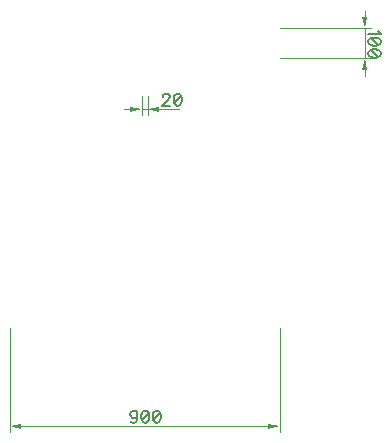
<source format=gbr>
G04 DipTrace 3.0.0.2*
G04 esp32-lighthouse-9dof-single-TopDimension.gbr*
%MOIN*%
G04 #@! TF.FileFunction,Drawing,Top*
G04 #@! TF.Part,Single*
%ADD13C,0.001378*%
%ADD60C,0.006176*%
%FSLAX26Y26*%
G04*
G70*
G90*
G75*
G01*
G04 TopDimension*
%LPD*%
X450000Y600000D2*
D13*
X753937D1*
X450000Y500000D2*
X753937D1*
X734252Y600000D2*
Y500000D1*
Y659055D2*
Y639370D1*
G36*
Y600000D2*
X726378Y639370D1*
X742126D1*
X734252Y600000D1*
G37*
Y440945D2*
D13*
Y460630D1*
G36*
Y500000D2*
X742126Y460630D1*
X726378D1*
X734252Y500000D1*
G37*
X-450000Y-400000D2*
D13*
Y-746063D1*
X450000Y-400000D2*
Y-746063D1*
X0Y-726378D2*
X-410630D1*
G36*
X-450000D2*
X-410630Y-718504D1*
Y-734252D1*
X-450000Y-726378D1*
G37*
X0D2*
D13*
X410630D1*
G36*
X450000D2*
X410630Y-734252D1*
Y-718504D1*
X450000Y-726378D1*
G37*
X-10000Y375000D2*
D13*
Y310315D1*
X10000Y375000D2*
Y310315D1*
X-10000Y330000D2*
X10000D1*
X-69055D2*
X-49370D1*
G36*
X-10000D2*
X-49370Y322126D1*
Y337874D1*
X-10000Y330000D1*
G37*
X69055D2*
D13*
X49370D1*
G36*
X10000D2*
X49370Y337874D1*
Y322126D1*
X10000Y330000D1*
G37*
X115311D2*
D13*
X10000D1*
X778961Y590856D2*
D60*
X780907Y587009D1*
X786611Y581261D1*
X746463D1*
X786611Y557413D2*
X784709Y563161D1*
X778961Y567008D1*
X769411Y568909D1*
X763663D1*
X754112Y567008D1*
X748364Y563161D1*
X746463Y557413D1*
Y553611D1*
X748364Y547863D1*
X754112Y544060D1*
X763663Y542115D1*
X769411D1*
X778961Y544060D1*
X784709Y547863D1*
X786611Y553611D1*
Y557413D1*
X778961Y544060D2*
X754112Y567008D1*
X786611Y518267D2*
X784709Y524015D1*
X778961Y527862D1*
X769411Y529763D1*
X763663D1*
X754112Y527862D1*
X748364Y524015D1*
X746463Y518267D1*
Y514465D1*
X748364Y508717D1*
X754112Y504914D1*
X763663Y502969D1*
X769411D1*
X778961Y504914D1*
X784709Y508717D1*
X786611Y514465D1*
Y518267D1*
X778961Y504914D2*
X754112Y527862D1*
X-23612Y-687373D2*
X-25557Y-693121D1*
X-29360Y-696967D1*
X-35108Y-698869D1*
X-37009D1*
X-42757Y-696967D1*
X-46559Y-693121D1*
X-48505Y-687373D1*
Y-685471D1*
X-46559Y-679723D1*
X-42757Y-675921D1*
X-37009Y-674019D1*
X-35108D1*
X-29360Y-675921D1*
X-25557Y-679723D1*
X-23612Y-687373D1*
Y-696967D1*
X-25557Y-706518D1*
X-29360Y-712266D1*
X-35108Y-714167D1*
X-38910D1*
X-44658Y-712266D1*
X-46559Y-708419D1*
X236Y-674019D2*
X-5512Y-675921D1*
X-9359Y-681669D1*
X-11260Y-691219D1*
Y-696967D1*
X-9359Y-706518D1*
X-5512Y-712266D1*
X236Y-714167D1*
X4038D1*
X9787Y-712266D1*
X13589Y-706518D1*
X15535Y-696967D1*
Y-691219D1*
X13589Y-681669D1*
X9787Y-675921D1*
X4038Y-674019D1*
X236D1*
X13589Y-681669D2*
X-9359Y-706518D1*
X39382Y-674019D2*
X33634Y-675921D1*
X29787Y-681669D1*
X27886Y-691219D1*
Y-696967D1*
X29787Y-706518D1*
X33634Y-712266D1*
X39382Y-714167D1*
X43185D1*
X48933Y-712266D1*
X52735Y-706518D1*
X54681Y-696967D1*
Y-691219D1*
X52735Y-681669D1*
X48933Y-675921D1*
X43185Y-674019D1*
X39382D1*
X52735Y-681669D2*
X29787Y-706518D1*
X60579Y372808D2*
Y374709D1*
X62480Y378556D1*
X64382Y380457D1*
X68228Y382359D1*
X75878D1*
X79680Y380457D1*
X81582Y378556D1*
X83527Y374709D1*
Y370907D1*
X81582Y367060D1*
X77779Y361356D1*
X58634Y342211D1*
X85428D1*
X109276Y382359D2*
X103528Y380457D1*
X99681Y374709D1*
X97780Y365159D1*
Y359411D1*
X99681Y349860D1*
X103528Y344112D1*
X109276Y342211D1*
X113078D1*
X118826Y344112D1*
X122629Y349860D1*
X124574Y359411D1*
Y365159D1*
X122629Y374709D1*
X118826Y380457D1*
X113078Y382359D1*
X109276D1*
X122629Y374709D2*
X99681Y349860D1*
M02*

</source>
